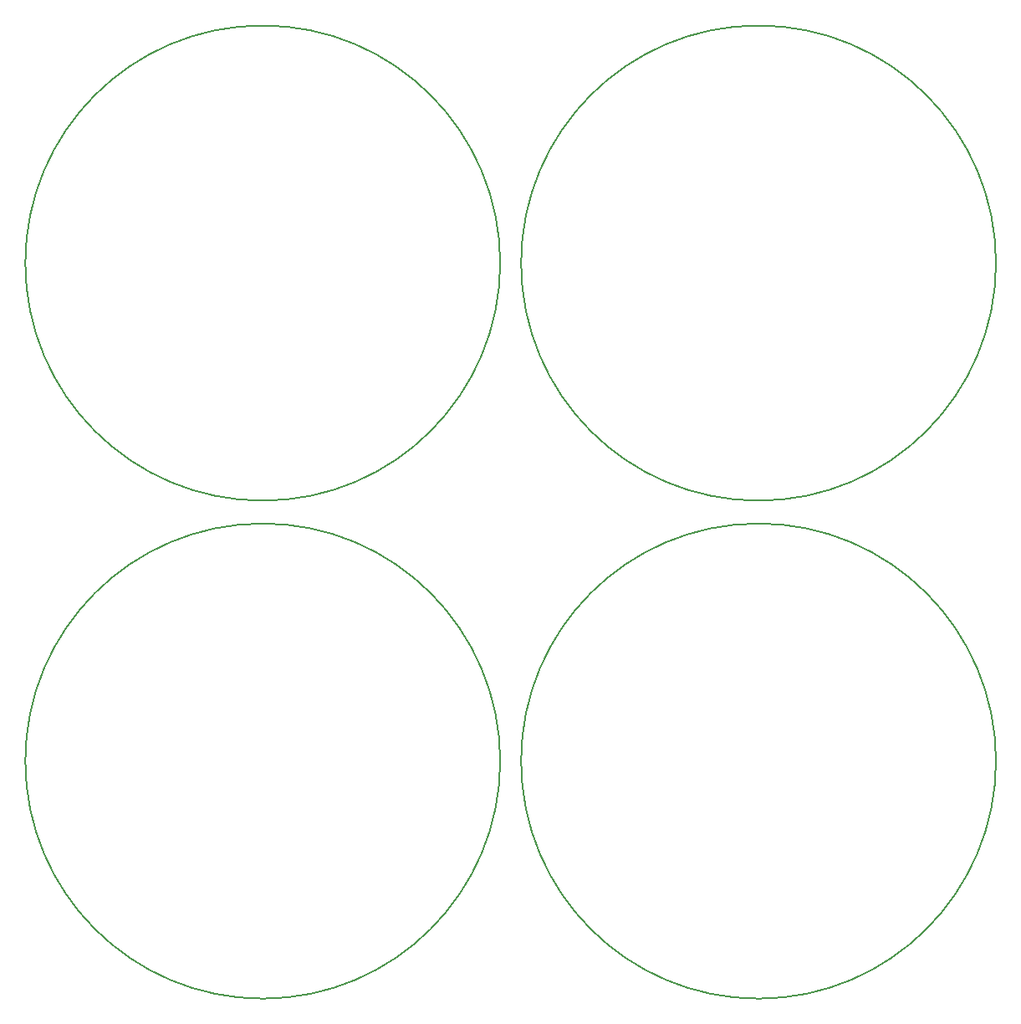
<source format=gbr>
G04 #@! TF.FileFunction,Other,User*
%FSLAX46Y46*%
G04 Gerber Fmt 4.6, Leading zero omitted, Abs format (unit mm)*
G04 Created by KiCad (PCBNEW 4.1.0-alpha+201607130321+6976~46~ubuntu16.04.1-product) date Wed Aug  3 15:04:07 2016*
%MOMM*%
%LPD*%
G01*
G04 APERTURE LIST*
%ADD10C,0.100000*%
%ADD11C,0.200000*%
G04 APERTURE END LIST*
D10*
D11*
X149241631Y-91000000D02*
G75*
G03X149241631Y-91000000I-24041631J0D01*
G01*
X99041631Y-91000000D02*
G75*
G03X99041631Y-91000000I-24041631J0D01*
G01*
X149241631Y-141400000D02*
G75*
G03X149241631Y-141400000I-24041631J0D01*
G01*
X99041631Y-141400000D02*
G75*
G03X99041631Y-141400000I-24041631J0D01*
G01*
M02*

</source>
